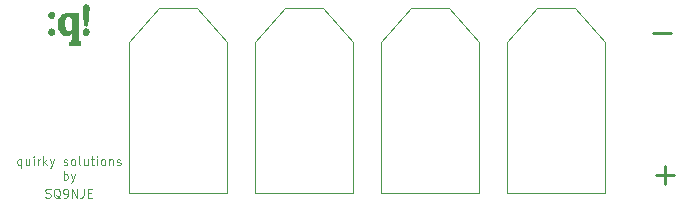
<source format=gbr>
%TF.GenerationSoftware,KiCad,Pcbnew,5.1.9-73d0e3b20d~88~ubuntu20.04.1*%
%TF.CreationDate,2021-01-03T13:42:43+01:00*%
%TF.ProjectId,XT60_panel,58543630-5f70-4616-9e65-6c2e6b696361,rev?*%
%TF.SameCoordinates,Original*%
%TF.FileFunction,Legend,Top*%
%TF.FilePolarity,Positive*%
%FSLAX46Y46*%
G04 Gerber Fmt 4.6, Leading zero omitted, Abs format (unit mm)*
G04 Created by KiCad (PCBNEW 5.1.9-73d0e3b20d~88~ubuntu20.04.1) date 2021-01-03 13:42:43*
%MOMM*%
%LPD*%
G01*
G04 APERTURE LIST*
%ADD10C,0.250000*%
%ADD11C,0.120000*%
%ADD12C,0.010000*%
G04 APERTURE END LIST*
D10*
X131196095Y-86050857D02*
X132719904Y-86050857D01*
X131958000Y-86812761D02*
X131958000Y-85288952D01*
X130946095Y-74050857D02*
X132469904Y-74050857D01*
D11*
X79475857Y-87961571D02*
X79583000Y-87997285D01*
X79761571Y-87997285D01*
X79833000Y-87961571D01*
X79868714Y-87925857D01*
X79904428Y-87854428D01*
X79904428Y-87783000D01*
X79868714Y-87711571D01*
X79833000Y-87675857D01*
X79761571Y-87640142D01*
X79618714Y-87604428D01*
X79547285Y-87568714D01*
X79511571Y-87533000D01*
X79475857Y-87461571D01*
X79475857Y-87390142D01*
X79511571Y-87318714D01*
X79547285Y-87283000D01*
X79618714Y-87247285D01*
X79797285Y-87247285D01*
X79904428Y-87283000D01*
X80725857Y-88068714D02*
X80654428Y-88033000D01*
X80583000Y-87961571D01*
X80475857Y-87854428D01*
X80404428Y-87818714D01*
X80333000Y-87818714D01*
X80368714Y-87997285D02*
X80297285Y-87961571D01*
X80225857Y-87890142D01*
X80190142Y-87747285D01*
X80190142Y-87497285D01*
X80225857Y-87354428D01*
X80297285Y-87283000D01*
X80368714Y-87247285D01*
X80511571Y-87247285D01*
X80583000Y-87283000D01*
X80654428Y-87354428D01*
X80690142Y-87497285D01*
X80690142Y-87747285D01*
X80654428Y-87890142D01*
X80583000Y-87961571D01*
X80511571Y-87997285D01*
X80368714Y-87997285D01*
X81047285Y-87997285D02*
X81190142Y-87997285D01*
X81261571Y-87961571D01*
X81297285Y-87925857D01*
X81368714Y-87818714D01*
X81404428Y-87675857D01*
X81404428Y-87390142D01*
X81368714Y-87318714D01*
X81333000Y-87283000D01*
X81261571Y-87247285D01*
X81118714Y-87247285D01*
X81047285Y-87283000D01*
X81011571Y-87318714D01*
X80975857Y-87390142D01*
X80975857Y-87568714D01*
X81011571Y-87640142D01*
X81047285Y-87675857D01*
X81118714Y-87711571D01*
X81261571Y-87711571D01*
X81333000Y-87675857D01*
X81368714Y-87640142D01*
X81404428Y-87568714D01*
X81725857Y-87997285D02*
X81725857Y-87247285D01*
X82154428Y-87997285D01*
X82154428Y-87247285D01*
X82725857Y-87247285D02*
X82725857Y-87783000D01*
X82690142Y-87890142D01*
X82618714Y-87961571D01*
X82511571Y-87997285D01*
X82440142Y-87997285D01*
X83083000Y-87604428D02*
X83333000Y-87604428D01*
X83440142Y-87997285D02*
X83083000Y-87997285D01*
X83083000Y-87247285D01*
X83440142Y-87247285D01*
X81011571Y-86497285D02*
X81011571Y-85747285D01*
X81011571Y-86033000D02*
X81083000Y-85997285D01*
X81225857Y-85997285D01*
X81297285Y-86033000D01*
X81333000Y-86068714D01*
X81368714Y-86140142D01*
X81368714Y-86354428D01*
X81333000Y-86425857D01*
X81297285Y-86461571D01*
X81225857Y-86497285D01*
X81083000Y-86497285D01*
X81011571Y-86461571D01*
X81618714Y-85997285D02*
X81797285Y-86497285D01*
X81975857Y-85997285D02*
X81797285Y-86497285D01*
X81725857Y-86675857D01*
X81690142Y-86711571D01*
X81618714Y-86747285D01*
X77440142Y-84747285D02*
X77440142Y-85497285D01*
X77440142Y-85211571D02*
X77368714Y-85247285D01*
X77225857Y-85247285D01*
X77154428Y-85211571D01*
X77118714Y-85175857D01*
X77083000Y-85104428D01*
X77083000Y-84890142D01*
X77118714Y-84818714D01*
X77154428Y-84783000D01*
X77225857Y-84747285D01*
X77368714Y-84747285D01*
X77440142Y-84783000D01*
X78118714Y-84747285D02*
X78118714Y-85247285D01*
X77797285Y-84747285D02*
X77797285Y-85140142D01*
X77833000Y-85211571D01*
X77904428Y-85247285D01*
X78011571Y-85247285D01*
X78083000Y-85211571D01*
X78118714Y-85175857D01*
X78475857Y-85247285D02*
X78475857Y-84747285D01*
X78475857Y-84497285D02*
X78440142Y-84533000D01*
X78475857Y-84568714D01*
X78511571Y-84533000D01*
X78475857Y-84497285D01*
X78475857Y-84568714D01*
X78833000Y-85247285D02*
X78833000Y-84747285D01*
X78833000Y-84890142D02*
X78868714Y-84818714D01*
X78904428Y-84783000D01*
X78975857Y-84747285D01*
X79047285Y-84747285D01*
X79297285Y-85247285D02*
X79297285Y-84497285D01*
X79368714Y-84961571D02*
X79583000Y-85247285D01*
X79583000Y-84747285D02*
X79297285Y-85033000D01*
X79833000Y-84747285D02*
X80011571Y-85247285D01*
X80190142Y-84747285D02*
X80011571Y-85247285D01*
X79940142Y-85425857D01*
X79904428Y-85461571D01*
X79833000Y-85497285D01*
X81011571Y-85211571D02*
X81083000Y-85247285D01*
X81225857Y-85247285D01*
X81297285Y-85211571D01*
X81333000Y-85140142D01*
X81333000Y-85104428D01*
X81297285Y-85033000D01*
X81225857Y-84997285D01*
X81118714Y-84997285D01*
X81047285Y-84961571D01*
X81011571Y-84890142D01*
X81011571Y-84854428D01*
X81047285Y-84783000D01*
X81118714Y-84747285D01*
X81225857Y-84747285D01*
X81297285Y-84783000D01*
X81761571Y-85247285D02*
X81690142Y-85211571D01*
X81654428Y-85175857D01*
X81618714Y-85104428D01*
X81618714Y-84890142D01*
X81654428Y-84818714D01*
X81690142Y-84783000D01*
X81761571Y-84747285D01*
X81868714Y-84747285D01*
X81940142Y-84783000D01*
X81975857Y-84818714D01*
X82011571Y-84890142D01*
X82011571Y-85104428D01*
X81975857Y-85175857D01*
X81940142Y-85211571D01*
X81868714Y-85247285D01*
X81761571Y-85247285D01*
X82440142Y-85247285D02*
X82368714Y-85211571D01*
X82333000Y-85140142D01*
X82333000Y-84497285D01*
X83047285Y-84747285D02*
X83047285Y-85247285D01*
X82725857Y-84747285D02*
X82725857Y-85140142D01*
X82761571Y-85211571D01*
X82833000Y-85247285D01*
X82940142Y-85247285D01*
X83011571Y-85211571D01*
X83047285Y-85175857D01*
X83297285Y-84747285D02*
X83583000Y-84747285D01*
X83404428Y-84497285D02*
X83404428Y-85140142D01*
X83440142Y-85211571D01*
X83511571Y-85247285D01*
X83583000Y-85247285D01*
X83832999Y-85247285D02*
X83832999Y-84747285D01*
X83832999Y-84497285D02*
X83797285Y-84533000D01*
X83832999Y-84568714D01*
X83868714Y-84533000D01*
X83832999Y-84497285D01*
X83832999Y-84568714D01*
X84297285Y-85247285D02*
X84225857Y-85211571D01*
X84190142Y-85175857D01*
X84154428Y-85104428D01*
X84154428Y-84890142D01*
X84190142Y-84818714D01*
X84225857Y-84783000D01*
X84297285Y-84747285D01*
X84404428Y-84747285D01*
X84475857Y-84783000D01*
X84511571Y-84818714D01*
X84547285Y-84890142D01*
X84547285Y-85104428D01*
X84511571Y-85175857D01*
X84475857Y-85211571D01*
X84404428Y-85247285D01*
X84297285Y-85247285D01*
X84868714Y-84747285D02*
X84868714Y-85247285D01*
X84868714Y-84818714D02*
X84904428Y-84783000D01*
X84975857Y-84747285D01*
X85082999Y-84747285D01*
X85154428Y-84783000D01*
X85190142Y-84854428D01*
X85190142Y-85247285D01*
X85511571Y-85211571D02*
X85583000Y-85247285D01*
X85725857Y-85247285D01*
X85797285Y-85211571D01*
X85833000Y-85140142D01*
X85833000Y-85104428D01*
X85797285Y-85033000D01*
X85725857Y-84997285D01*
X85618714Y-84997285D01*
X85547285Y-84961571D01*
X85511571Y-84890142D01*
X85511571Y-84854428D01*
X85547285Y-84783000D01*
X85618714Y-84747285D01*
X85725857Y-84747285D01*
X85797285Y-84783000D01*
D12*
%TO.C,Ref\u002A\u002A*%
G36*
X81582160Y-72357435D02*
G01*
X81704471Y-72379334D01*
X81816462Y-72403552D01*
X81903165Y-72412110D01*
X81959329Y-72404764D01*
X81976583Y-72391999D01*
X82003432Y-72380269D01*
X82058615Y-72372582D01*
X82105801Y-72370833D01*
X82221937Y-72370833D01*
X82215677Y-73587487D01*
X82209416Y-74804142D01*
X82431666Y-74778004D01*
X82431666Y-75080166D01*
X81479166Y-75080166D01*
X81479166Y-74953166D01*
X81480364Y-74882722D01*
X81486590Y-74844684D01*
X81501792Y-74829137D01*
X81529738Y-74826166D01*
X81583328Y-74812981D01*
X81630280Y-74785750D01*
X81648875Y-74768940D01*
X81662347Y-74748744D01*
X81671697Y-74718374D01*
X81677923Y-74671040D01*
X81682026Y-74599951D01*
X81685006Y-74498318D01*
X81687062Y-74400093D01*
X81689378Y-74272490D01*
X81690125Y-74181798D01*
X81688749Y-74122606D01*
X81684699Y-74089504D01*
X81677424Y-74077081D01*
X81666372Y-74079928D01*
X81655312Y-74088793D01*
X81554994Y-74153754D01*
X81428502Y-74201139D01*
X81289331Y-74228154D01*
X81150976Y-74232004D01*
X81044924Y-74215200D01*
X80899918Y-74154609D01*
X80772222Y-74058093D01*
X80665978Y-73929960D01*
X80585325Y-73774520D01*
X80564054Y-73714916D01*
X80534071Y-73583233D01*
X80518272Y-73430416D01*
X80516619Y-73270678D01*
X80518343Y-73249566D01*
X81066671Y-73249566D01*
X81066679Y-73259833D01*
X81067540Y-73379849D01*
X81070692Y-73467322D01*
X81077372Y-73532026D01*
X81088820Y-73583738D01*
X81106273Y-73632234D01*
X81116977Y-73656862D01*
X81159856Y-73733504D01*
X81213361Y-73804796D01*
X81241823Y-73833826D01*
X81291189Y-73872797D01*
X81334734Y-73890501D01*
X81391785Y-73892794D01*
X81428123Y-73890265D01*
X81532343Y-73869249D01*
X81615223Y-73823349D01*
X81690833Y-73765678D01*
X81690754Y-73285214D01*
X81690477Y-73128909D01*
X81689402Y-73009019D01*
X81687072Y-72919628D01*
X81683032Y-72854819D01*
X81676826Y-72808675D01*
X81667999Y-72775279D01*
X81656094Y-72748715D01*
X81648411Y-72735430D01*
X81590607Y-72669960D01*
X81511643Y-72634356D01*
X81417418Y-72624833D01*
X81317284Y-72644654D01*
X81229317Y-72704398D01*
X81152973Y-72804486D01*
X81129916Y-72847083D01*
X81104235Y-72900424D01*
X81086620Y-72946140D01*
X81075564Y-72994071D01*
X81069559Y-73054058D01*
X81067097Y-73135943D01*
X81066671Y-73249566D01*
X80518343Y-73249566D01*
X80529071Y-73118234D01*
X80555590Y-72987295D01*
X80566183Y-72954608D01*
X80651210Y-72768323D01*
X80759754Y-72616306D01*
X80893598Y-72496497D01*
X81030959Y-72417343D01*
X81143817Y-72380216D01*
X81282709Y-72357325D01*
X81433527Y-72349466D01*
X81582160Y-72357435D01*
G37*
X81582160Y-72357435D02*
X81704471Y-72379334D01*
X81816462Y-72403552D01*
X81903165Y-72412110D01*
X81959329Y-72404764D01*
X81976583Y-72391999D01*
X82003432Y-72380269D01*
X82058615Y-72372582D01*
X82105801Y-72370833D01*
X82221937Y-72370833D01*
X82215677Y-73587487D01*
X82209416Y-74804142D01*
X82431666Y-74778004D01*
X82431666Y-75080166D01*
X81479166Y-75080166D01*
X81479166Y-74953166D01*
X81480364Y-74882722D01*
X81486590Y-74844684D01*
X81501792Y-74829137D01*
X81529738Y-74826166D01*
X81583328Y-74812981D01*
X81630280Y-74785750D01*
X81648875Y-74768940D01*
X81662347Y-74748744D01*
X81671697Y-74718374D01*
X81677923Y-74671040D01*
X81682026Y-74599951D01*
X81685006Y-74498318D01*
X81687062Y-74400093D01*
X81689378Y-74272490D01*
X81690125Y-74181798D01*
X81688749Y-74122606D01*
X81684699Y-74089504D01*
X81677424Y-74077081D01*
X81666372Y-74079928D01*
X81655312Y-74088793D01*
X81554994Y-74153754D01*
X81428502Y-74201139D01*
X81289331Y-74228154D01*
X81150976Y-74232004D01*
X81044924Y-74215200D01*
X80899918Y-74154609D01*
X80772222Y-74058093D01*
X80665978Y-73929960D01*
X80585325Y-73774520D01*
X80564054Y-73714916D01*
X80534071Y-73583233D01*
X80518272Y-73430416D01*
X80516619Y-73270678D01*
X80518343Y-73249566D01*
X81066671Y-73249566D01*
X81066679Y-73259833D01*
X81067540Y-73379849D01*
X81070692Y-73467322D01*
X81077372Y-73532026D01*
X81088820Y-73583738D01*
X81106273Y-73632234D01*
X81116977Y-73656862D01*
X81159856Y-73733504D01*
X81213361Y-73804796D01*
X81241823Y-73833826D01*
X81291189Y-73872797D01*
X81334734Y-73890501D01*
X81391785Y-73892794D01*
X81428123Y-73890265D01*
X81532343Y-73869249D01*
X81615223Y-73823349D01*
X81690833Y-73765678D01*
X81690754Y-73285214D01*
X81690477Y-73128909D01*
X81689402Y-73009019D01*
X81687072Y-72919628D01*
X81683032Y-72854819D01*
X81676826Y-72808675D01*
X81667999Y-72775279D01*
X81656094Y-72748715D01*
X81648411Y-72735430D01*
X81590607Y-72669960D01*
X81511643Y-72634356D01*
X81417418Y-72624833D01*
X81317284Y-72644654D01*
X81229317Y-72704398D01*
X81152973Y-72804486D01*
X81129916Y-72847083D01*
X81104235Y-72900424D01*
X81086620Y-72946140D01*
X81075564Y-72994071D01*
X81069559Y-73054058D01*
X81067097Y-73135943D01*
X81066671Y-73249566D01*
X80518343Y-73249566D01*
X80529071Y-73118234D01*
X80555590Y-72987295D01*
X80566183Y-72954608D01*
X80651210Y-72768323D01*
X80759754Y-72616306D01*
X80893598Y-72496497D01*
X81030959Y-72417343D01*
X81143817Y-72380216D01*
X81282709Y-72357325D01*
X81433527Y-72349466D01*
X81582160Y-72357435D01*
G36*
X80044320Y-73683746D02*
G01*
X80117453Y-73726342D01*
X80174402Y-73790678D01*
X80211593Y-73870008D01*
X80225451Y-73957586D01*
X80212403Y-74046666D01*
X80168873Y-74130499D01*
X80122493Y-74179023D01*
X80043314Y-74220653D01*
X79949161Y-74233756D01*
X79857706Y-74216758D01*
X79832183Y-74204864D01*
X79760404Y-74143271D01*
X79717076Y-74060716D01*
X79701594Y-73967025D01*
X79713354Y-73872026D01*
X79751753Y-73785545D01*
X79816184Y-73717407D01*
X79863801Y-73690762D01*
X79958578Y-73669638D01*
X80044320Y-73683746D01*
G37*
X80044320Y-73683746D02*
X80117453Y-73726342D01*
X80174402Y-73790678D01*
X80211593Y-73870008D01*
X80225451Y-73957586D01*
X80212403Y-74046666D01*
X80168873Y-74130499D01*
X80122493Y-74179023D01*
X80043314Y-74220653D01*
X79949161Y-74233756D01*
X79857706Y-74216758D01*
X79832183Y-74204864D01*
X79760404Y-74143271D01*
X79717076Y-74060716D01*
X79701594Y-73967025D01*
X79713354Y-73872026D01*
X79751753Y-73785545D01*
X79816184Y-73717407D01*
X79863801Y-73690762D01*
X79958578Y-73669638D01*
X80044320Y-73683746D01*
G36*
X82927038Y-73671786D02*
G01*
X83005496Y-73704293D01*
X83070426Y-73764102D01*
X83115297Y-73847934D01*
X83133580Y-73952509D01*
X83131935Y-73999978D01*
X83104398Y-74092238D01*
X83046392Y-74164730D01*
X82967004Y-74212755D01*
X82875326Y-74231617D01*
X82780445Y-74216620D01*
X82744141Y-74200365D01*
X82680313Y-74143519D01*
X82638336Y-74061573D01*
X82620163Y-73966789D01*
X82627745Y-73871432D01*
X82663033Y-73787767D01*
X82675776Y-73770870D01*
X82755648Y-73701795D01*
X82841579Y-73669860D01*
X82927038Y-73671786D01*
G37*
X82927038Y-73671786D02*
X83005496Y-73704293D01*
X83070426Y-73764102D01*
X83115297Y-73847934D01*
X83133580Y-73952509D01*
X83131935Y-73999978D01*
X83104398Y-74092238D01*
X83046392Y-74164730D01*
X82967004Y-74212755D01*
X82875326Y-74231617D01*
X82780445Y-74216620D01*
X82744141Y-74200365D01*
X82680313Y-74143519D01*
X82638336Y-74061573D01*
X82620163Y-73966789D01*
X82627745Y-73871432D01*
X82663033Y-73787767D01*
X82675776Y-73770870D01*
X82755648Y-73701795D01*
X82841579Y-73669860D01*
X82927038Y-73671786D01*
G36*
X82993315Y-71662690D02*
G01*
X83063010Y-71715812D01*
X83090972Y-71756669D01*
X83105544Y-71788193D01*
X83116511Y-71824179D01*
X83123808Y-71869052D01*
X83127367Y-71927238D01*
X83127121Y-72003162D01*
X83123003Y-72101251D01*
X83114947Y-72225930D01*
X83102884Y-72381625D01*
X83086749Y-72572762D01*
X83076919Y-72685448D01*
X83059805Y-72882920D01*
X83046007Y-73042323D01*
X83034431Y-73167690D01*
X83023984Y-73263056D01*
X83013572Y-73332455D01*
X83002100Y-73379921D01*
X82988474Y-73409487D01*
X82971600Y-73425187D01*
X82950384Y-73431056D01*
X82923733Y-73431127D01*
X82890551Y-73429434D01*
X82875207Y-73429166D01*
X82808450Y-73426744D01*
X82762646Y-73420452D01*
X82748881Y-73413291D01*
X82746886Y-73389064D01*
X82741367Y-73327868D01*
X82732803Y-73234881D01*
X82721675Y-73115277D01*
X82708465Y-72974232D01*
X82693652Y-72816921D01*
X82685499Y-72730666D01*
X82665222Y-72514378D01*
X82649135Y-72335985D01*
X82637171Y-72191260D01*
X82629264Y-72075981D01*
X82625347Y-71985921D01*
X82625353Y-71916857D01*
X82629217Y-71864563D01*
X82636870Y-71824815D01*
X82648248Y-71793388D01*
X82663283Y-71766057D01*
X82670128Y-71755590D01*
X82737899Y-71686507D01*
X82820917Y-71648012D01*
X82909336Y-71640082D01*
X82993315Y-71662690D01*
G37*
X82993315Y-71662690D02*
X83063010Y-71715812D01*
X83090972Y-71756669D01*
X83105544Y-71788193D01*
X83116511Y-71824179D01*
X83123808Y-71869052D01*
X83127367Y-71927238D01*
X83127121Y-72003162D01*
X83123003Y-72101251D01*
X83114947Y-72225930D01*
X83102884Y-72381625D01*
X83086749Y-72572762D01*
X83076919Y-72685448D01*
X83059805Y-72882920D01*
X83046007Y-73042323D01*
X83034431Y-73167690D01*
X83023984Y-73263056D01*
X83013572Y-73332455D01*
X83002100Y-73379921D01*
X82988474Y-73409487D01*
X82971600Y-73425187D01*
X82950384Y-73431056D01*
X82923733Y-73431127D01*
X82890551Y-73429434D01*
X82875207Y-73429166D01*
X82808450Y-73426744D01*
X82762646Y-73420452D01*
X82748881Y-73413291D01*
X82746886Y-73389064D01*
X82741367Y-73327868D01*
X82732803Y-73234881D01*
X82721675Y-73115277D01*
X82708465Y-72974232D01*
X82693652Y-72816921D01*
X82685499Y-72730666D01*
X82665222Y-72514378D01*
X82649135Y-72335985D01*
X82637171Y-72191260D01*
X82629264Y-72075981D01*
X82625347Y-71985921D01*
X82625353Y-71916857D01*
X82629217Y-71864563D01*
X82636870Y-71824815D01*
X82648248Y-71793388D01*
X82663283Y-71766057D01*
X82670128Y-71755590D01*
X82737899Y-71686507D01*
X82820917Y-71648012D01*
X82909336Y-71640082D01*
X82993315Y-71662690D01*
G36*
X80058309Y-72267310D02*
G01*
X80130532Y-72313079D01*
X80185180Y-72380578D01*
X80218330Y-72463075D01*
X80226059Y-72553834D01*
X80204443Y-72646122D01*
X80149559Y-72733205D01*
X80148566Y-72734322D01*
X80077785Y-72785264D01*
X79988501Y-72810711D01*
X79896640Y-72808365D01*
X79825474Y-72780948D01*
X79753298Y-72712188D01*
X79711993Y-72625351D01*
X79700608Y-72529944D01*
X79718189Y-72435473D01*
X79763787Y-72351443D01*
X79836450Y-72287361D01*
X79876831Y-72267903D01*
X79972434Y-72250007D01*
X80058309Y-72267310D01*
G37*
X80058309Y-72267310D02*
X80130532Y-72313079D01*
X80185180Y-72380578D01*
X80218330Y-72463075D01*
X80226059Y-72553834D01*
X80204443Y-72646122D01*
X80149559Y-72733205D01*
X80148566Y-72734322D01*
X80077785Y-72785264D01*
X79988501Y-72810711D01*
X79896640Y-72808365D01*
X79825474Y-72780948D01*
X79753298Y-72712188D01*
X79711993Y-72625351D01*
X79700608Y-72529944D01*
X79718189Y-72435473D01*
X79763787Y-72351443D01*
X79836450Y-72287361D01*
X79876831Y-72267903D01*
X79972434Y-72250007D01*
X80058309Y-72267310D01*
D11*
%TO.C,J1*%
X94828000Y-87650000D02*
X94828000Y-74800000D01*
X92278000Y-71950000D02*
X89128000Y-71950000D01*
X86528000Y-74800000D02*
X86528000Y-87650000D01*
X86528000Y-87650000D02*
X94828000Y-87650000D01*
X94828000Y-74800000D02*
X92278000Y-71950000D01*
X89128000Y-71950000D02*
X86528000Y-74800000D01*
%TO.C,J2*%
X99796000Y-71950000D02*
X97196000Y-74800000D01*
X105496000Y-74800000D02*
X102946000Y-71950000D01*
X97196000Y-87650000D02*
X105496000Y-87650000D01*
X97196000Y-74800000D02*
X97196000Y-87650000D01*
X102946000Y-71950000D02*
X99796000Y-71950000D01*
X105496000Y-87650000D02*
X105496000Y-74800000D01*
%TO.C,J3*%
X116164000Y-87650000D02*
X116164000Y-74800000D01*
X113614000Y-71950000D02*
X110464000Y-71950000D01*
X107864000Y-74800000D02*
X107864000Y-87650000D01*
X107864000Y-87650000D02*
X116164000Y-87650000D01*
X116164000Y-74800000D02*
X113614000Y-71950000D01*
X110464000Y-71950000D02*
X107864000Y-74800000D01*
%TO.C,J4*%
X121132000Y-71950000D02*
X118532000Y-74800000D01*
X126832000Y-74800000D02*
X124282000Y-71950000D01*
X118532000Y-87650000D02*
X126832000Y-87650000D01*
X118532000Y-74800000D02*
X118532000Y-87650000D01*
X124282000Y-71950000D02*
X121132000Y-71950000D01*
X126832000Y-87650000D02*
X126832000Y-74800000D01*
%TD*%
M02*

</source>
